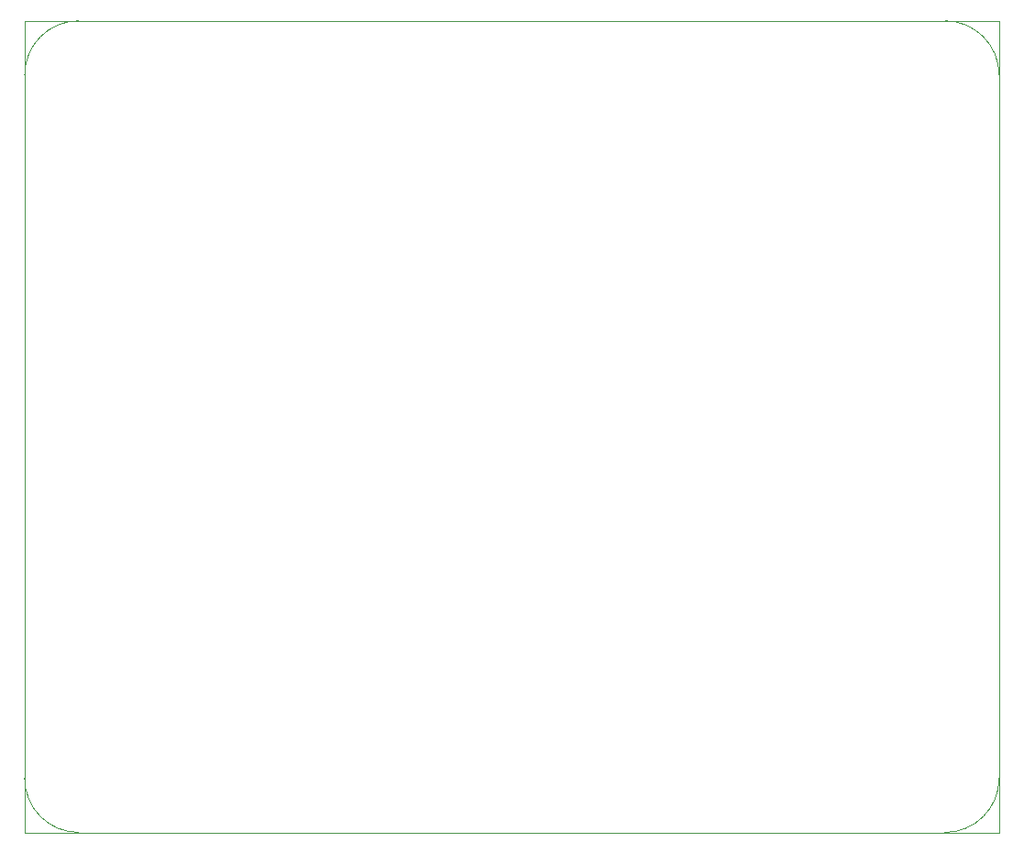
<source format=gbr>
G04 #@! TF.GenerationSoftware,KiCad,Pcbnew,(5.1.4)-1*
G04 #@! TF.CreationDate,2019-12-30T22:49:30-05:00*
G04 #@! TF.ProjectId,Board,426f6172-642e-46b6-9963-61645f706362,rev?*
G04 #@! TF.SameCoordinates,Original*
G04 #@! TF.FileFunction,Profile,NP*
%FSLAX46Y46*%
G04 Gerber Fmt 4.6, Leading zero omitted, Abs format (unit mm)*
G04 Created by KiCad (PCBNEW (5.1.4)-1) date 2019-12-30 22:49:30*
%MOMM*%
%LPD*%
G04 APERTURE LIST*
%ADD10C,0.050000*%
G04 APERTURE END LIST*
D10*
X150000000Y-140000000D02*
G75*
G02X145000000Y-145000000I-5000000J0D01*
G01*
X65000000Y-145000000D02*
G75*
G02X60000000Y-140000000I0J5000000D01*
G01*
X60000000Y-75000000D02*
G75*
G02X65000000Y-70000000I5000000J0D01*
G01*
X145000000Y-70000000D02*
G75*
G02X150000000Y-75000000I0J-5000000D01*
G01*
X60000000Y-70000000D02*
X60000000Y-145000000D01*
X150000000Y-70000000D02*
X60000000Y-70000000D01*
X150000000Y-145000000D02*
X150000000Y-70000000D01*
X60000000Y-145000000D02*
X150000000Y-145000000D01*
M02*

</source>
